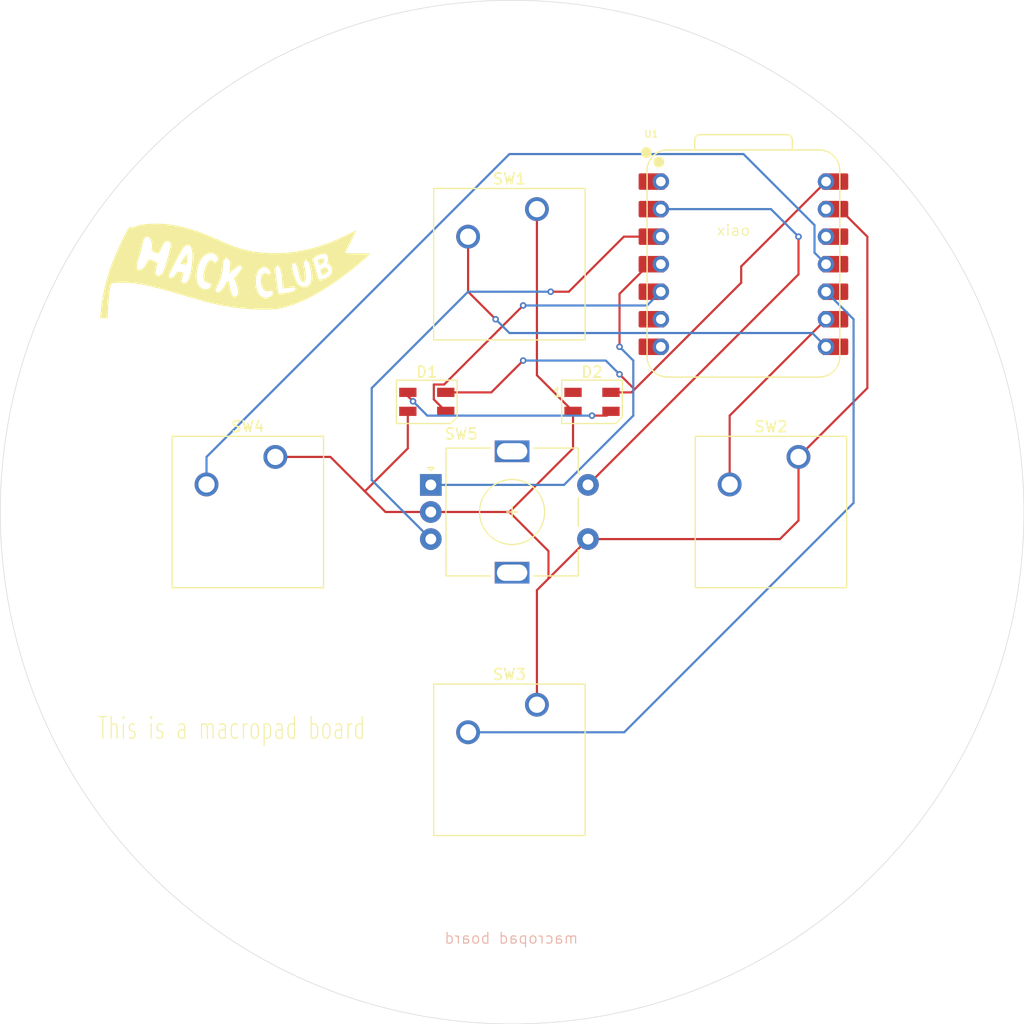
<source format=kicad_pcb>
(kicad_pcb (version 20241229) (generator "pcbnew") (generator_version "9.0")
  (layers (0 "F.Cu" signal) (2 "B.Cu" signal) (13 "F.Paste" user) (15 "B.Paste" user) (5 "F.SilkS" user "F.Silkscreen") (7 "B.SilkS" user "B.Silkscreen") (1 "F.Mask" user) (3 "B.Mask" user) (25 "Edge.Cuts" user))
  (net 0 "")
  (net 1 "Net-(D1-DOUT)")
  (net 2 "Net-(D1-DIN)")
  (net 3 "GND")
  (net 4 "+5V")
  (net 6 "Net-(U1-GPIO1{slash}RX)")
  (net 7 "Net-(U1-GPIO2{slash}SCK)")
  (net 8 "Net-(U1-GPIO4{slash}MISO)")
  (net 9 "Net-(U1-GPIO3{slash}MOSI)")
  (net 10 "Net-(U1-GPIO28{slash}ADC2{slash}A2)")
  (net 11 "Net-(U1-GPIO29{slash}ADC3{slash}A3)")
  (net 12 "Net-(U1-GPIO27{slash}ADC1{slash}A1)")
  (footprint "OPL:XIAO-RP2040-DIP" (layer "F.Cu") (at 130.81 62.23)
    (property "Reference" "U1" (at -8.5 -12 0) (layer "F.SilkS") (effects (font (size 0.635 0.635) (thickness 0.1016))))
    (property "Value" "XIAO-RP2040-DIP")
    (fp_line (start -8.89 8.509) (end -8.89 -8.636) (stroke (width 0.127)) (layer "F.SilkS"))
    (fp_line (start -6.985 10.414) (end 6.985 10.414) (stroke (width 0.127)) (layer "F.SilkS"))
    (fp_line (start -4.495 -10.541) (end -4.491272 -11.451272) (stroke (width 0.127)) (layer "F.SilkS"))
    (fp_line (start -3.991272 -11.951) (end 4.004 -11.951) (stroke (width 0.127)) (layer "F.SilkS"))
    (fp_line (start 4.504 -11.451) (end 4.504 -10.541) (stroke (width 0.127)) (layer "F.SilkS"))
    (fp_line (start 6.985 -10.541) (end -6.985 -10.541) (stroke (width 0.1)) (layer "F.SilkS"))
    (fp_line (start 6.985 -10.541) (end -6.985 -10.541) (stroke (width 0.127)) (layer "F.SilkS"))
    (fp_line (start 8.89 8.509) (end 8.89 -8.636) (stroke (width 0.127)) (layer "F.SilkS"))
    (fp_arc (start -8.89 -8.636) (mid -8.332038 -9.983038) (end -6.985 -10.541) (stroke (width 0.127)) (layer "F.SilkS"))
    (fp_arc (start -6.985 10.414) (mid -8.332038 9.856038) (end -8.89 8.509) (stroke (width 0.127)) (layer "F.SilkS"))
    (fp_arc (start -4.491272 -11.451272) (mid -4.344728 -11.80464) (end -3.991272 -11.951) (stroke (width 0.127)) (layer "F.SilkS"))
    (fp_arc (start 4.004 -11.951) (mid 4.357553 -11.804553) (end 4.504 -11.451) (stroke (width 0.127)) (layer "F.SilkS"))
    (fp_arc (start 6.985 -10.541) (mid 8.332038 -9.983038) (end 8.89 -8.636) (stroke (width 0.127)) (layer "F.SilkS"))
    (fp_arc (start 8.89 8.509) (mid 8.332038 9.856038) (end 6.985 10.414) (stroke (width 0.127)) (layer "F.SilkS"))
    (fp_circle (center -8.95 -10.3) (end -8.95 -10.554) (stroke (width 0.5)) (fill yes) (layer "F.SilkS"))
    (fp_circle (center -7.807 -9.42) (end -7.807 -9.674) (stroke (width 0.5)) (fill yes) (layer "F.SilkS"))
    (pad "1" smd roundrect (at -8.455 -7.62 180) (size 2.432 1.524) (layers "F.Cu" "F.Mask") (roundrect_rratio 0.1))
    (pad "1" thru_hole circle (at -7.62 -7.62 180) (size 1.524 1.524) (drill 0.889) (layers "*.Cu" "*.Mask"))
    (pad "2" smd roundrect (at -8.455 -5.08 180) (size 2.432 1.524) (layers "F.Cu" "F.Mask") (roundrect_rratio 0.1) (net 12 "Net-(U1-GPIO27{slash}ADC1{slash}A1)"))
    (pad "2" thru_hole circle (at -7.62 -5.08 180) (size 1.524 1.524) (drill 0.889) (layers "*.Cu" "*.Mask") (net 12 "Net-(U1-GPIO27{slash}ADC1{slash}A1)"))
    (pad "3" smd roundrect (at -8.455 -2.54 180) (size 2.432 1.524) (layers "F.Cu" "F.Mask") (roundrect_rratio 0.1) (net 10 "Net-(U1-GPIO28{slash}ADC2{slash}A2)"))
    (pad "3" thru_hole circle (at -7.62 -2.54 180) (size 1.524 1.524) (drill 0.889) (layers "*.Cu" "*.Mask") (net 10 "Net-(U1-GPIO28{slash}ADC2{slash}A2)"))
    (pad "4" smd roundrect (at -8.455 0 180) (size 2.432 1.524) (layers "F.Cu" "F.Mask") (roundrect_rratio 0.1) (net 11 "Net-(U1-GPIO29{slash}ADC3{slash}A3)"))
    (pad "4" thru_hole circle (at -7.62 0 180) (size 1.524 1.524) (drill 0.889) (layers "*.Cu" "*.Mask") (net 11 "Net-(U1-GPIO29{slash}ADC3{slash}A3)"))
    (pad "5" smd roundrect (at -8.455 2.54 180) (size 2.432 1.524) (layers "F.Cu" "F.Mask") (roundrect_rratio 0.1) (net 2 "Net-(D1-DIN)"))
    (pad "5" thru_hole circle (at -7.62 2.54 180) (size 1.524 1.524) (drill 0.889) (layers "*.Cu" "*.Mask") (net 2 "Net-(D1-DIN)"))
    (pad "6" smd roundrect (at -8.455 5.08 180) (size 2.432 1.524) (layers "F.Cu" "F.Mask") (roundrect_rratio 0.1))
    (pad "6" thru_hole circle (at -7.62 5.08 180) (size 1.524 1.524) (drill 0.889) (layers "*.Cu" "*.Mask"))
    (pad "7" smd roundrect (at -8.455 7.62 180) (size 2.432 1.524) (layers "F.Cu" "F.Mask") (roundrect_rratio 0.1))
    (pad "7" thru_hole circle (at -7.62 7.62 180) (size 1.524 1.524) (drill 0.889) (layers "*.Cu" "*.Mask"))
    (pad "8" thru_hole circle (at 7.62 7.62) (size 1.524 1.524) (drill 0.889) (layers "*.Cu" "*.Mask") (net 6 "Net-(U1-GPIO1{slash}RX)"))
    (pad "8" smd roundrect (at 8.455 7.62) (size 2.432 1.524) (layers "F.Cu" "F.Mask") (roundrect_rratio 0.1) (net 6 "Net-(U1-GPIO1{slash}RX)"))
    (pad "9" thru_hole circle (at 7.62 5.08) (size 1.524 1.524) (drill 0.889) (layers "*.Cu" "*.Mask") (net 7 "Net-(U1-GPIO2{slash}SCK)"))
    (pad "9" smd roundrect (at 8.455 5.08) (size 2.432 1.524) (layers "F.Cu" "F.Mask") (roundrect_rratio 0.1) (net 7 "Net-(U1-GPIO2{slash}SCK)"))
    (pad "10" thru_hole circle (at 7.62 2.54) (size 1.524 1.524) (drill 0.889) (layers "*.Cu" "*.Mask") (net 8 "Net-(U1-GPIO4{slash}MISO)"))
    (pad "10" smd roundrect (at 8.455 2.54) (size 2.432 1.524) (layers "F.Cu" "F.Mask") (roundrect_rratio 0.1) (net 8 "Net-(U1-GPIO4{slash}MISO)"))
    (pad "11" thru_hole circle (at 7.62 0) (size 1.524 1.524) (drill 0.889) (layers "*.Cu" "*.Mask") (net 9 "Net-(U1-GPIO3{slash}MOSI)"))
    (pad "11" smd roundrect (at 8.455 0) (size 2.432 1.524) (layers "F.Cu" "F.Mask") (roundrect_rratio 0.1) (net 9 "Net-(U1-GPIO3{slash}MOSI)"))
    (pad "12" thru_hole circle (at 7.62 -2.54) (size 1.524 1.524) (drill 0.889) (layers "*.Cu" "*.Mask"))
    (pad "12" smd roundrect (at 8.455 -2.54) (size 2.432 1.524) (layers "F.Cu" "F.Mask") (roundrect_rratio 0.1))
    (pad "13" thru_hole circle (at 7.62 -5.08) (size 1.524 1.524) (drill 0.889) (layers "*.Cu" "*.Mask") (net 3 "GND"))
    (pad "13" smd roundrect (at 8.455 -5.08) (size 2.432 1.524) (layers "F.Cu" "F.Mask") (roundrect_rratio 0.1) (net 3 "GND"))
    (pad "14" thru_hole circle (at 7.62 -7.62) (size 1.524 1.524) (drill 0.889) (layers "*.Cu" "*.Mask") (net 4 "+5V"))
    (pad "14" smd roundrect (at 8.455 -7.62) (size 2.432 1.524) (layers "F.Cu" "F.Mask") (roundrect_rratio 0.1) (net 4 "+5V"))
  )
  (footprint "Button_Switch_Keyboard:SW_Cherry_MX_1.00u_PCB" (layer "F.Cu") (at 135.89 80.01)
    (property "Reference" "SW2" (at -2.54 -2.794 0) (layer "F.SilkS"))
    (property "Value" "SW_Push")
    (fp_line (start -9.525 -1.905) (end 4.445 -1.905) (stroke (width 0.12)) (layer "F.SilkS"))
    (fp_line (start -9.525 12.065) (end -9.525 -1.905) (stroke (width 0.12)) (layer "F.SilkS"))
    (fp_line (start 4.445 -1.905) (end 4.445 12.065) (stroke (width 0.12)) (layer "F.SilkS"))
    (fp_line (start 4.445 12.065) (end -9.525 12.065) (stroke (width 0.12)) (layer "F.SilkS"))
    (pad "" np_thru_hole circle (at -7.62 5.08) (size 1.7 1.7) (drill 1.7) (layers "*.Cu" "*.Mask"))
    (pad "" np_thru_hole circle (at -2.54 5.08) (size 4 4) (drill 4) (layers "*.Cu" "*.Mask"))
    (pad "" np_thru_hole circle (at 2.54 5.08) (size 1.7 1.7) (drill 1.7) (layers "*.Cu" "*.Mask"))
    (pad "1" thru_hole circle (at 0 0) (size 2.2 2.2) (drill 1.5) (layers "*.Cu" "*.Mask") (net 3 "GND"))
    (pad "2" thru_hole circle (at -6.35 2.54) (size 2.2 2.2) (drill 1.5) (layers "*.Cu" "*.Mask") (net 7 "Net-(U1-GPIO2{slash}SCK)"))
  )
  (footprint "Rotary_Encoder:RotaryEncoder_Alps_EC11E-Switch_Vertical_H20mm" (layer "F.Cu") (at 101.97 82.59)
    (property "Reference" "SW5" (at 2.8 -4.7 0) (layer "F.SilkS"))
    (property "Value" "RotaryEncoder_Switch")
    (fp_line (start -0.3 -1.6) (end 0.3 -1.6) (stroke (width 0.12)) (layer "F.SilkS"))
    (fp_line (start 0 -1.3) (end -0.3 -1.6) (stroke (width 0.12)) (layer "F.SilkS"))
    (fp_line (start 0.3 -1.6) (end 0 -1.3) (stroke (width 0.12)) (layer "F.SilkS"))
    (fp_line (start 1.4 -3.4) (end 1.4 8.4) (stroke (width 0.12)) (layer "F.SilkS"))
    (fp_line (start 5.5 -3.4) (end 1.4 -3.4) (stroke (width 0.12)) (layer "F.SilkS"))
    (fp_line (start 5.5 8.4) (end 1.4 8.4) (stroke (width 0.12)) (layer "F.SilkS"))
    (fp_line (start 7 2.5) (end 8 2.5) (stroke (width 0.12)) (layer "F.SilkS"))
    (fp_line (start 7.5 2) (end 7.5 3) (stroke (width 0.12)) (layer "F.SilkS"))
    (fp_line (start 9.5 -3.4) (end 13.6 -3.4) (stroke (width 0.12)) (layer "F.SilkS"))
    (fp_line (start 13.6 -3.4) (end 13.6 -1) (stroke (width 0.12)) (layer "F.SilkS"))
    (fp_line (start 13.6 1.2) (end 13.6 3.8) (stroke (width 0.12)) (layer "F.SilkS"))
    (fp_line (start 13.6 6) (end 13.6 8.4) (stroke (width 0.12)) (layer "F.SilkS"))
    (fp_line (start 13.6 8.4) (end 9.5 8.4) (stroke (width 0.12)) (layer "F.SilkS"))
    (fp_circle (center 7.5 2.5) (end 10.5 2.5) (stroke (width 0.12)) (fill no) (layer "F.SilkS"))
    (pad "A" thru_hole rect (at 0 0) (size 2 2) (drill 1) (layers "*.Cu" "*.Mask") (net 11 "Net-(U1-GPIO29{slash}ADC3{slash}A3)"))
    (pad "B" thru_hole circle (at 0 5) (size 2 2) (drill 1) (layers "*.Cu" "*.Mask") (net 10 "Net-(U1-GPIO28{slash}ADC2{slash}A2)"))
    (pad "C" thru_hole circle (at 0 2.5) (size 2 2) (drill 1) (layers "*.Cu" "*.Mask") (net 3 "GND"))
    (pad "MP" thru_hole rect (at 7.5 -3.1) (size 3.2 2) (drill oval 2.8 1.5) (layers "*.Cu" "*.Mask"))
    (pad "MP" thru_hole rect (at 7.5 8.1) (size 3.2 2) (drill oval 2.8 1.5) (layers "*.Cu" "*.Mask"))
    (pad "S1" thru_hole circle (at 14.5 5) (size 2 2) (drill 1) (layers "*.Cu" "*.Mask") (net 3 "GND"))
    (pad "S2" thru_hole circle (at 14.5 0) (size 2 2) (drill 1) (layers "*.Cu" "*.Mask") (net 12 "Net-(U1-GPIO27{slash}ADC1{slash}A1)"))
  )
  (footprint "Button_Switch_Keyboard:SW_Cherry_MX_1.00u_PCB" (layer "F.Cu") (at 87.63 80.01)
    (property "Reference" "SW4" (at -2.54 -2.794 0) (layer "F.SilkS"))
    (property "Value" "SW_Push")
    (fp_line (start -9.525 -1.905) (end 4.445 -1.905) (stroke (width 0.12)) (layer "F.SilkS"))
    (fp_line (start -9.525 12.065) (end -9.525 -1.905) (stroke (width 0.12)) (layer "F.SilkS"))
    (fp_line (start 4.445 -1.905) (end 4.445 12.065) (stroke (width 0.12)) (layer "F.SilkS"))
    (fp_line (start 4.445 12.065) (end -9.525 12.065) (stroke (width 0.12)) (layer "F.SilkS"))
    (pad "" np_thru_hole circle (at -7.62 5.08) (size 1.7 1.7) (drill 1.7) (layers "*.Cu" "*.Mask"))
    (pad "" np_thru_hole circle (at -2.54 5.08) (size 4 4) (drill 4) (layers "*.Cu" "*.Mask"))
    (pad "" np_thru_hole circle (at 2.54 5.08) (size 1.7 1.7) (drill 1.7) (layers "*.Cu" "*.Mask"))
    (pad "1" thru_hole circle (at 0 0) (size 2.2 2.2) (drill 1.5) (layers "*.Cu" "*.Mask") (net 3 "GND"))
    (pad "2" thru_hole circle (at -6.35 2.54) (size 2.2 2.2) (drill 1.5) (layers "*.Cu" "*.Mask") (net 9 "Net-(U1-GPIO3{slash}MOSI)"))
  )
  (footprint "Button_Switch_Keyboard:SW_Cherry_MX_1.00u_PCB" (layer "F.Cu") (at 111.76 57.15)
    (property "Reference" "SW1" (at -2.54 -2.794 0) (layer "F.SilkS"))
    (property "Value" "SW_Push")
    (fp_line (start -9.525 -1.905) (end 4.445 -1.905) (stroke (width 0.12)) (layer "F.SilkS"))
    (fp_line (start -9.525 12.065) (end -9.525 -1.905) (stroke (width 0.12)) (layer "F.SilkS"))
    (fp_line (start 4.445 -1.905) (end 4.445 12.065) (stroke (width 0.12)) (layer "F.SilkS"))
    (fp_line (start 4.445 12.065) (end -9.525 12.065) (stroke (width 0.12)) (layer "F.SilkS"))
    (pad "" np_thru_hole circle (at -7.62 5.08) (size 1.7 1.7) (drill 1.7) (layers "*.Cu" "*.Mask"))
    (pad "" np_thru_hole circle (at -2.54 5.08) (size 4 4) (drill 4) (layers "*.Cu" "*.Mask"))
    (pad "" np_thru_hole circle (at 2.54 5.08) (size 1.7 1.7) (drill 1.7) (layers "*.Cu" "*.Mask"))
    (pad "1" thru_hole circle (at 0 0) (size 2.2 2.2) (drill 1.5) (layers "*.Cu" "*.Mask") (net 3 "GND"))
    (pad "2" thru_hole circle (at -6.35 2.54) (size 2.2 2.2) (drill 1.5) (layers "*.Cu" "*.Mask") (net 6 "Net-(U1-GPIO1{slash}RX)"))
  )
  (footprint "Button_Switch_Keyboard:SW_Cherry_MX_1.00u_PCB" (layer "F.Cu") (at 111.76 102.87)
    (property "Reference" "SW3" (at -2.54 -2.794 0) (layer "F.SilkS"))
    (property "Value" "SW_Push")
    (fp_line (start -9.525 -1.905) (end 4.445 -1.905) (stroke (width 0.12)) (layer "F.SilkS"))
    (fp_line (start -9.525 12.065) (end -9.525 -1.905) (stroke (width 0.12)) (layer "F.SilkS"))
    (fp_line (start 4.445 -1.905) (end 4.445 12.065) (stroke (width 0.12)) (layer "F.SilkS"))
    (fp_line (start 4.445 12.065) (end -9.525 12.065) (stroke (width 0.12)) (layer "F.SilkS"))
    (pad "" np_thru_hole circle (at -7.62 5.08) (size 1.7 1.7) (drill 1.7) (layers "*.Cu" "*.Mask"))
    (pad "" np_thru_hole circle (at -2.54 5.08) (size 4 4) (drill 4) (layers "*.Cu" "*.Mask"))
    (pad "" np_thru_hole circle (at 2.54 5.08) (size 1.7 1.7) (drill 1.7) (layers "*.Cu" "*.Mask"))
    (pad "1" thru_hole circle (at 0 0) (size 2.2 2.2) (drill 1.5) (layers "*.Cu" "*.Mask") (net 3 "GND"))
    (pad "2" thru_hole circle (at -6.35 2.54) (size 2.2 2.2) (drill 1.5) (layers "*.Cu" "*.Mask") (net 8 "Net-(U1-GPIO4{slash}MISO)"))
  )
  (footprint "LOGO" (layer "F.Cu") (at 83.98 62.84)
    (property "Reference" "G***" (hide yes))
    (property "Value" "LOGO" (hide yes))
    (fp_poly (pts (xy 8.139 -1.067298) (xy 8.173083 -0.956986) (xy 8.162228 -0.881906) (xy 8.111386 -0.797232) (xy 8.012363 -0.693588) (xy 7.895368 -0.597165) (xy 7.790613 -0.534152) (xy 7.748483 -0.523222) (xy 7.715161 -0.563315) (xy 7.661289 -0.66657) (xy 7.618682 -0.762931) (xy 7.519063 -1.002641) (xy 7.648014 -1.0525) (xy 7.869862 -1.117246) (xy 8.035725 -1.121449)) (fill yes) (layer "F.SilkS"))
    (fp_poly (pts (xy 8.418943 -0.243833) (xy 8.497069 -0.14729) (xy 8.530295 -0.009005) (xy 8.480164 0.117098) (xy 8.342027 0.239301) (xy 8.248214 0.296173) (xy 8.092877 0.379417) (xy 7.999651 0.417706) (xy 7.949234 0.415295) (xy 7.922322 0.376437) (xy 7.919438 0.368632) (xy 7.896888 0.288269) (xy 7.86478 0.155682) (xy 7.851094 0.095131) (xy 7.831799 -0.065843) (xy 7.869849 -0.168755) (xy 7.978957 -0.232452) (xy 8.113438 -0.265408) (xy 8.29732 -0.281809)) (fill yes) (layer "F.SilkS"))
    (fp_poly (pts (xy -4.490149 -1.478534) (xy -4.475884 -1.36281) (xy -4.472381 -1.197375) (xy -4.480052 -1.004679) (xy -4.499307 -0.80717) (xy -4.50141 -0.791471) (xy -4.523469 -0.671213) (xy -4.5621 -0.601672) (xy -4.636931 -0.57504) (xy -4.767591 -0.583505) (xy -4.946817 -0.614245) (xy -5.059599 -0.651159) (xy -5.101055 -0.700806) (xy -5.100434 -0.706028) (xy -5.067098 -0.776298) (xy -4.993287 -0.895477) (xy -4.893517 -1.043338) (xy -4.782304 -1.199654) (xy -4.674165 -1.344198) (xy -4.583615 -1.456743) (xy -4.52517 -1.517063) (xy -4.514768 -1.522098)) (fill yes) (layer "F.SilkS"))
    (fp_poly (pts (xy -6.930553 -4.341866) (xy -6.49101 -4.31843) (xy -6.072419 -4.273946) (xy -5.645601 -4.204694) (xy -5.18138 -4.106953) (xy -4.79122 -4.01274) (xy -4.387638 -3.90602) (xy -3.991946 -3.789626) (xy -3.591226 -3.658701) (xy -3.17256 -3.508387) (xy -2.72303 -3.333825) (xy -2.229719 -3.130159) (xy -1.67971 -2.89253) (xy -1.060084 -2.616081) (xy -0.975094 -2.577649) (xy -0.114596 -2.229336) (xy 0.75154 -1.963583) (xy 1.639758 -1.776654) (xy 2.566502 -1.664811) (xy 3.190712 -1.630808) (xy 4.294848 -1.642654) (xy 5.394167 -1.746561) (xy 6.490765 -1.943043) (xy 7.586745 -2.23261) (xy 8.684205 -2.615776) (xy 9.785246 -3.093053) (xy 10.361795 -3.379582) (xy 10.601653 -3.502168) (xy 10.811187 -3.605844) (xy 10.976389 -3.683955) (xy 11.08325 -3.729846) (xy 11.117669 -3.738635) (xy 11.103448 -3.692506) (xy 11.053018 -3.576776) (xy 10.973764 -3.406401) (xy 10.87307 -3.196335) (xy 10.75832 -2.961533) (xy 10.636897 -2.71695) (xy 10.516185 -2.477542) (xy 10.403568 -2.258263) (xy 10.306431 -2.074069) (xy 10.232156 -1.939914) (xy 10.216433 -1.913306) (xy 10.165101 -1.824547) (xy 10.137521 -1.755575) (xy 10.142819 -1.703895) (xy 10.190118 -1.667012) (xy 10.288545 -1.642431) (xy 10.447222 -1.627657) (xy 10.675275 -1.620196) (xy 10.981828 -1.617552) (xy 11.299287 -1.617229) (xy 11.641704 -1.615461) (xy 11.932959 -1.610419) (xy 12.163117 -1.602493) (xy 12.322244 -1.592072) (xy 12.400407 -1.579549) (xy 12.406678 -1.573687) (xy 12.362252 -1.519373) (xy 12.254951 -1.414274) (xy 12.095571 -1.267794) (xy 11.894909 -1.089335) (xy 11.663761 -0.888302) (xy 11.412923 -0.674097) (xy 11.15319 -0.456123) (xy 10.89536 -0.243784) (xy 10.684847 -0.074018) (xy 9.706087 0.674613) (xy 8.751435 1.34118) (xy 7.822676 1.924719) (xy 6.921595 2.424271) (xy 6.049978 2.838874) (xy 5.209609 3.167567) (xy 4.402276 3.409387) (xy 4.075997 3.484292) (xy 3.734378 3.53652) (xy 3.313763 3.569788) (xy 2.828266 3.584626) (xy 2.292003 3.581566) (xy 1.71909 3.561141) (xy 1.123642 3.523881) (xy 0.519776 3.470317) (xy -0.078394 3.400982) (xy -0.656752 3.316407) (xy -0.737267 3.303055) (xy -1.131423 3.233973) (xy -1.50797 3.16174) (xy -1.880793 3.082888) (xy -2.26378 2.993952) (xy -2.670816 2.891465) (xy -3.115789 2.77196) (xy -3.612585 2.631971) (xy -4.175091 2.468032) (xy -4.659929 2.323837) (xy -5.581895 2.052832) (xy -6.418991 1.81736) (xy -6.466011 1.804866) (xy -1.855057 1.804866) (xy -1.814778 1.907091) (xy -1.71438 1.965205) (xy -1.584518 1.963552) (xy -1.559992 1.955552) (xy -1.426422 1.870805) (xy -1.275695 1.722594) (xy -1.127843 1.535014) (xy -1.002902 1.332162) (xy -0.951623 1.223817) (xy -0.878087 1.065172) (xy -0.815114 0.980491) (xy -0.748494 0.951885) (xy -0.735137 0.95131) (xy -0.691322 0.958417) (xy -0.656474 0.989638) (xy -0.625283 1.059821) (xy -0.592435 1.183815) (xy -0.55262 1.376468) (xy -0.518201 1.557771) (xy -0.462701 1.835258) (xy -0.413581 2.03349) (xy -0.366176 2.167701) (xy -0.31582 2.253123) (xy -0.299695 2.271254) (xy -0.16163 2.359772) (xy -0.016819 2.368042) (xy 0.108385 2.294739) (xy 0.110976 2.291916) (xy 0.178526 2.179983) (xy 0.215826 2.065979) (xy 0.216206 1.935607) (xy 0.187024 1.743508) (xy 0.134863 1.515953) (xy 0.066307 1.279211) (xy -0.012061 1.059553) (xy -0.068474 0.931562) (xy -0.094953 0.87774) (xy 1.861235 0.87774) (xy 1.867361 1.165355) (xy 1.916784 1.571029) (xy 2.014328 1.907064) (xy 2.157752 2.168819) (xy 2.344814 2.351653) (xy 2.473408 2.4201) (xy 2.670339 2.463396) (xy 2.894863 2.46256) (xy 3.076772 2.422674) (xy 3.257416 2.322111) (xy 3.379408 2.18822) (xy 3.424714 2.040869) (xy 3.424718 2.03939) (xy 3.395929 1.914903) (xy 3.305447 1.854199) (xy 3.147098 1.85432) (xy 3.069617 1.869293) (xy 2.855492 1.897172) (xy 2.696121 1.860919) (xy 2.568832 1.751676) (xy 2.497463 1.645766) (xy 2.382645 1.387763) (xy 2.318596 1.107426) (xy 2.305529 0.827916) (xy 2.343655 0.572393) (xy 2.433188 0.364017) (xy 2.48509 0.297284) (xy 2.601407 0.209756) (xy 2.728005 0.200934) (xy 2.888637 0.269203) (xy 2.889632 0.269773) (xy 3.034486 0.325184) (xy 3.133244 0.310018) (xy 3.181942 0.238985) (xy 3.176619 0.1268) (xy 3.113311 -0.011825) (xy 3.067563 -0.068026) (xy 3.668933 -0.068026) (xy 3.676809 0.047565) (xy 3.691777 0.205283) (xy 3.715045 0.419587) (xy 3.744374 0.672729) (xy 3.777525 0.946961) (xy 3.812256 1.224535) (xy 3.84633 1.487702) (xy 3.877505 1.718715) (xy 3.903542 1.899825) (xy 3.922201 2.013284) (xy 3.92819 2.03949) (xy 3.986467 2.07513) (xy 4.118042 2.089724) (xy 4.303797 2.084788) (xy 4.524613 2.06184) (xy 4.761371 2.022396) (xy 4.994954 1.967971) (xy 5.058668 1.949812) (xy 5.261971 1.882912) (xy 5.390451 1.823022) (xy 5.462893 1.760189) (xy 5.484054 1.724373) (xy 5.505019 1.61817) (xy 5.448305 1.555917) (xy 5.310547 1.535755) (xy 5.160861 1.546073) (xy 4.973869 1.566816) (xy 4.754341 1.589203) (xy 4.629831 1.601025) (xy 4.336629 1.62779) (xy 4.312257 1.37279) (xy 4.296954 1.213356) (xy 4.27584 0.994291) (xy 4.252297 0.75065) (xy 4.239139 0.61475) (xy 4.195408 0.274428) (xy 4.136629 -0.015261) (xy 4.066296 -0.24218) (xy 3.987904 -0.394195) (xy 3.956325 -0.42508) (xy 5.192456 -0.42508) (xy 5.230003 -0.186368) (xy 5.25829 -0.069451) (xy 5.370708 0.341185) (xy 5.47474 0.668379) (xy 5.575858 0.922804) (xy 5.679537 1.115134) (xy 5.791252 1.256042) (xy 5.916475 1.356202) (xy 6.016156 1.408245) (xy 6.215096 1.461103) (xy 6.431874 1.467389) (xy 6.618168 1.426011) (xy 6.627149 1.422067) (xy 6.749283 1.322496) (xy 6.858435 1.154429) (xy 6.940393 0.944494) (xy 6.976433 0.767672) (xy 6.979889 0.600904) (xy 6.963387 0.371611) (xy 6.931286 0.10924) (xy 6.88794 -0.156764) (xy 6.837708 -0.396953) (xy 6.784945 -0.581882) (xy 6.771628 -0.616612) (xy 6.672461 -0.801629) (xy 6.564499 -0.914778) (xy 6.458455 -0.95103) (xy 6.365045 -0.905359) (xy 6.316539 -0.830154) (xy 6.291106 -0.742168) (xy 6.292431 -0.628627) (xy 6.32212 -0.463131) (xy 6.344743 -0.366389) (xy 6.388004 -0.149213) (xy 6.426252 0.11227) (xy 6.452247 0.367263) (xy 6.454987 0.407263) (xy 6.464333 0.673404) (xy 6.450717 0.85791) (xy 6.409719 0.972452) (xy 6.336919 1.028701) (xy 6.227895 1.038329) (xy 6.216365 1.037328) (xy 6.139736 1.021993) (xy 6.076216 0.984462) (xy 6.020048 0.91266) (xy 5.965479 0.794511) (xy 5.906753 0.617941) (xy 5.838118 0.370874) (xy 5.767363 0.095131) (xy 5.686424 -0.209297) (xy 5.616111 -0.430936) (xy 5.551114 -0.580783) (xy 5.486126 -0.669836) (xy 5.415837 -0.709092) (xy 5.377047 -0.713484) (xy 5.264982 -0.683238) (xy 5.203784 -0.588903) (xy 5.192456 -0.42508) (xy 3.956325 -0.42508) (xy 3.933068 -0.447826) (xy 3.859623 -0.469912) (xy 3.788939 -0.425494) (xy 3.749224 -0.380525) (xy 3.695617 -0.299645) (xy 3.670616 -0.205899) (xy 3.668933 -0.068026) (xy 3.067563 -0.068026) (xy 3.002224 -0.148293) (xy 2.817244 -0.288495) (xy 2.631813 -0.334795) (xy 2.437812 -0.288113) (xy 2.326986 -0.224805) (xy 2.125769 -0.042329) (xy 1.982443 0.198108) (xy 1.89495 0.502724) (xy 1.861235 0.87774) (xy -0.094953 0.87774) (xy -0.183493 0.697769) (xy 0.090844 0.384558) (xy 0.269943 0.176076) (xy 0.39293 0.020807) (xy 0.469575 -0.096659) (xy 0.509649 -0.191734) (xy 0.522922 -0.279829) (xy 0.52322 -0.29747) (xy 0.495995 -0.420916) (xy 0.415122 -0.467072) (xy 0.281809 -0.436372) (xy 0.097263 -0.329251) (xy -0.137309 -0.146141) (xy -0.299983 -0.001441) (xy -0.43757 0.119827) (xy -0.54049 0.1994) (xy -0.596129 0.228231) (xy -0.600447 0.214044) (xy -0.582369 0.127163) (xy -0.563161 -0.028949) (xy -0.545681 -0.228474) (xy -0.537269 -0.357234) (xy -0.526008 -0.574918) (xy -0.524467 -0.720777) (xy -0.536409 -0.817934) (xy -0.565597 -0.889507) (xy -0.615794 -0.958617) (xy -0.639843 -0.987477) (xy -0.737147 -1.07501) (xy 7.153791 -1.07501) (xy 7.166659 -0.962525) (xy 7.204098 -0.787191) (xy 7.26802 -0.540158) (xy 7.360339 -0.212574) (xy 7.369134 -0.182188) (xy 7.449089 0.093703) (xy 7.520405 0.340004) (xy 7.578658 0.541415) (xy 7.619421 0.682635) (xy 7.638271 0.748364) (xy 7.638492 0.749157) (xy 7.697577 0.796781) (xy 7.825937 0.80398) (xy 8.007286 0.771906) (xy 8.205892 0.709085) (xy 8.423282 0.602583) (xy 8.620849 0.46068) (xy 8.776058 0.303073) (xy 8.866376 0.149461) (xy 8.873592 0.125411) (xy 8.878905 -0.053602) (xy 8.824972 -0.252899) (xy 8.726716 -0.442893) (xy 8.599059 -0.593995) (xy 8.471279 -0.672308) (xy 8.430322 -0.707531) (xy 8.45331 -0.783388) (xy 8.459845 -0.79587) (xy 8.508518 -0.962517) (xy 8.510542 -1.160455) (xy 8.468907 -1.345843) (xy 8.415648 -1.444335) (xy 8.286358 -1.545101) (xy 8.110686 -1.573554) (xy 7.884046 -1.52941) (xy 7.601849 -1.412384) (xy 7.559846 -1.391293) (xy 7.391108 -1.298601) (xy 7.254059 -1.211416) (xy 7.172689 -1.145346) (xy 7.163582 -1.133499) (xy 7.153791 -1.07501) (xy -0.737147 -1.07501) (xy -0.764258 -1.099399) (xy -0.881589 -1.141564) (xy -0.883095 -1.141574) (xy -0.979476 -1.120939) (xy -1.053363 -1.051796) (xy -1.108955 -0.923289) (xy -1.150455 -0.724561) (xy -1.182061 -0.444755) (xy -1.189834 -0.348781) (xy -1.239692 0.095301) (xy -1.323167 0.487179) (xy -1.451153 0.86607) (xy -1.634547 1.271195) (xy -1.646554 1.29521) (xy -1.736688 1.484052) (xy -1.807216 1.649584) (xy -1.848418 1.768042) (xy -1.855057 1.804866) (xy -6.466011 1.804866) (xy -7.174284 1.616666) (xy -7.850843 1.449996) (xy -8.451737 1.316597) (xy -8.980035 1.215714) (xy -9.438803 1.146594) (xy -9.464296 1.143427) (xy -9.717691 1.120859) (xy -10.026062 1.10627) (xy -10.360208 1.099817) (xy -10.690925 1.101656) (xy -10.989013 1.111945) (xy -11.225268 1.13084) (xy -11.249252 1.133848) (xy -11.390662 1.15649) (xy -11.467621 1.193047) (xy -11.510051 1.269444) (xy -11.541888 1.387387) (xy -11.594556 1.645395) (xy -11.645348 1.977156) (xy -11.691924 2.361294) (xy -11.731945 2.776433) (xy -11.763073 3.201195) (xy -11.781742 3.579307) (xy -11.810757 4.376029) (xy -12.166389 4.376029) (xy -12.522021 4.376029) (xy -12.489479 3.983614) (xy -12.399923 3.181702) (xy -12.26397 2.344775) (xy -12.087921 1.501497) (xy -11.878074 0.680532) (xy -11.640728 -0.089455) (xy -11.519093 -0.431966) (xy -11.518913 -0.432432) (xy -9.124776 -0.432432) (xy -9.115758 -0.254441) (xy -9.054744 -0.144185) (xy -8.941325 -0.097424) (xy -8.900118 -0.095132) (xy -8.710989 -0.138617) (xy -8.530669 -0.270732) (xy -8.356375 -0.493969) (xy -8.252616 -0.674437) (xy -8.163233 -0.842573) (xy -8.088915 -0.977036) (xy -8.041613 -1.056407) (xy -8.033233 -1.067642) (xy -7.979243 -1.06465) (xy -7.863667 -1.032187) (xy -7.711325 -0.979797) (xy -7.54704 -0.917021) (xy -7.395632 -0.853401) (xy -7.281922 -0.798478) (xy -7.230732 -0.761796) (xy -7.229963 -0.758843) (xy -7.239008 -0.699998) (xy -7.263342 -0.570012) (xy -7.298765 -0.390856) (xy -7.323982 -0.267018) (xy -7.372431 0.005252) (xy -7.386615 0.201485) (xy -7.364116 0.335283) (xy -7.30252 0.420251) (xy -7.199411 0.469992) (xy -7.192761 0.4719) (xy -7.183233 0.46914) (xy -6.173011 0.46914) (xy -6.172873 0.470857) (xy -6.128383 0.602188) (xy -6.040973 0.657282) (xy -5.92092 0.63877) (xy -5.778502 0.549282) (xy -5.623997 0.391447) (xy -5.565169 0.315353) (xy -5.39869 0.08692) (xy -5.12143 0.110638) (xy -4.968541 0.127101) (xy -4.858308 0.145292) (xy -4.820774 0.157753) (xy -4.821944 0.211366) (xy -4.846764 0.330995) (xy -4.890012 0.492012) (xy -4.89588 0.511901) (xy -4.944928 0.688941) (xy -4.98021 0.839853) (xy -4.99436 0.932988) (xy -4.994383 0.935034) (xy -4.959107 1.060928) (xy -4.866341 1.127344) (xy -4.735672 1.130554) (xy -4.586691 1.066835) (xy -4.528546 1.023622) (xy -4.423513 0.906545) (xy -4.331988 0.738726) (xy -4.300485 0.650039) (xy -3.60826 0.650039) (xy -3.553059 0.996557) (xy -3.538486 1.048938) (xy -3.428741 1.295008) (xy -3.269722 1.489633) (xy -3.077007 1.62474) (xy -2.866175 1.692255) (xy -2.652805 1.684104) (xy -2.468552 1.603442) (xy -2.358164 1.511609) (xy -2.312864 1.412448) (xy -2.30693 1.32994) (xy -2.317689 1.215635) (xy -2.363467 1.164802) (xy -2.425843 1.150813) (xy -2.65809 1.100049) (xy -2.826204 1.016044) (xy -2.895197 0.943726) (xy -2.96276 0.762942) (xy -2.987398 0.522135) (xy -2.968913 0.246279) (xy -2.90711 -0.039654) (xy -2.903035 -0.053254) (xy -2.780839 -0.403878) (xy -2.652275 -0.676527) (xy -2.520343 -0.867946) (xy -2.388045 -0.974882) (xy -2.25838 -0.994078) (xy -2.13435 -0.922282) (xy -2.117766 -0.90496) (xy -1.984971 -0.802656) (xy -1.861698 -0.78212) (xy -1.7598 -0.83002) (xy -1.691129 -0.933021) (xy -1.667536 -1.077791) (xy -1.700873 -1.250996) (xy -1.736948 -1.333393) (xy -1.864196 -1.482612) (xy -2.050738 -1.5789) (xy -2.274042 -1.617849) (xy -2.511577 -1.59505) (xy -2.708531 -1.523478) (xy -2.936803 -1.357954) (xy -3.140891 -1.116016) (xy -3.315358 -0.814518) (xy -3.454765 -0.47031) (xy -3.553675 -0.100247) (xy -3.606653 0.27882) (xy -3.60826 0.650039) (xy -4.300485 0.650039) (xy -4.250931 0.510536) (xy -4.177301 0.212344) (xy -4.108056 -0.16548) (xy -4.066715 -0.438858) (xy -4.013384 -0.913832) (xy -3.995571 -1.329352) (xy -4.011921 -1.681107) (xy -4.061081 -1.964782) (xy -4.141697 -2.176067) (xy -4.252416 -2.310649) (xy -4.391883 -2.364216) (xy -4.558746 -2.332456) (xy -4.646728 -2.286531) (xy -4.769881 -2.181739) (xy -4.881148 -2.041987) (xy -4.899069 -2.012049) (xy -5.17677 -1.509339) (xy -5.426162 -1.050854) (xy -5.644478 -0.64199) (xy -5.828949 -0.288145) (xy -5.976806 0.005287) (xy -6.085281 0.232909) (xy -6.151605 0.389326) (xy -6.173011 0.46914) (xy -7.183233 0.46914) (xy -7.144688 0.457974) (xy -7.0436 0.418847) (xy -7.021461 0.409688) (xy -6.880615 0.322064) (xy -6.764665 0.204807) (xy -6.704835 0.091553) (xy -6.628907 -0.096264) (xy -6.541616 -0.34224) (xy -6.447694 -0.62997) (xy -6.351876 -0.943047) (xy -6.258897 -1.265068) (xy -6.17349 -1.579626) (xy -6.100388 -1.870316) (xy -6.044327 -2.120734) (xy -6.01004 -2.314474) (xy -6.002261 -2.435131) (xy -6.002411 -2.436708) (xy -6.063612 -2.594914) (xy -6.147457 -2.679855) (xy -6.240136 -2.740438) (xy -6.314485 -2.749426) (xy -6.417836 -2.70997) (xy -6.440287 -2.699343) (xy -6.518373 -2.651877) (xy -6.589872 -2.579703) (xy -6.666327 -2.466233) (xy -6.759277 -2.29488) (xy -6.851965 -2.107669) (xy -6.949262 -1.907591) (xy -7.030609 -1.741523) (xy -7.08757 -1.626604) (xy -7.11171 -1.579969) (xy -7.111775 -1.579882) (xy -7.158669 -1.586803) (xy -7.265346 -1.620542) (xy -7.404063 -1.670641) (xy -7.54708 -1.726641) (xy -7.666655 -1.778083) (xy -7.735048 -1.814509) (xy -7.735928 -1.81519) (xy -7.766328 -1.886347) (xy -7.752025 -2.02577) (xy -7.746389 -2.051992) (xy -7.726422 -2.262147) (xy -7.74754 -2.493267) (xy -7.802509 -2.719408) (xy -7.884093 -2.914629) (xy -7.98506 -3.052986) (xy -8.035943 -3.090351) (xy -8.198045 -3.136363) (xy -8.337801 -3.09201) (xy -8.451899 -2.960134) (xy -8.537025 -2.743578) (xy -8.561044 -2.639888) (xy -8.647531 -2.244091) (xy -8.75728 -1.804737) (xy -8.878527 -1.366719) (xy -8.988469 -1.008578) (xy -9.08221 -0.682397) (xy -9.124776 -0.432432) (xy -11.518913 -0.432432) (xy -11.363131 -0.836165) (xy -11.18658 -1.269237) (xy -10.996215 -1.716407) (xy -10.798808 -2.162899) (xy -10.601133 -2.59394) (xy -10.409964 -2.994754) (xy -10.232073 -3.350567) (xy -10.074233 -3.646603) (xy -9.945395 -3.864701) (xy -9.830941 -4.013807) (xy -9.732569 -4.084058) (xy -9.657631 -4.071787) (xy -9.627057 -4.0235) (xy -9.596739 -3.988764) (xy -9.531643 -3.993974) (xy -9.408554 -4.041668) (xy -9.391242 -4.049278) (xy -9.086743 -4.163056) (xy -8.747324 -4.247574) (xy -8.358173 -4.305079) (xy -7.904482 -4.337813) (xy -7.420225 -4.347975)) (fill yes) (layer "F.SilkS"))
  )
  (footprint "LED_SMD:LED_SK6812MINI_PLCC4_3.5x3.5mm_P1.75mm" (layer "F.Cu") (at 116.84 74.93)
    (property "Reference" "D2" (at 0 -2.75 0) (layer "F.SilkS"))
    (property "Value" "SK6812MINI")
    (fp_line (start -2.8 -2) (end -2.8 2) (stroke (width 0.12)) (layer "F.SilkS"))
    (fp_line (start -2.8 -2) (end 2.8 -2) (stroke (width 0.12)) (layer "F.SilkS"))
    (fp_line (start -2.8 2) (end 2.2 2) (stroke (width 0.12)) (layer "F.SilkS"))
    (fp_line (start 2.8 1.4) (end 2.2 2) (stroke (width 0.12)) (layer "F.SilkS"))
    (fp_line (start 2.8 1.4) (end 2.8 -2) (stroke (width 0.12)) (layer "F.SilkS"))
    (fp_text user "1" (at -3.2 -0.875 0) (layer "F.SilkS") (effects (font (size 0.8 0.8))))
    (pad "1" smd rect (at -1.75 -0.875) (size 1.6 0.85) (layers "F.Cu" "F.Mask" "F.Paste"))
    (pad "2" smd rect (at -1.75 0.875) (size 1.6 0.85) (layers "F.Cu" "F.Mask" "F.Paste") (net 3 "GND"))
    (pad "3" smd rect (at 1.75 0.875) (size 1.6 0.85) (layers "F.Cu" "F.Mask" "F.Paste") (net 1 "Net-(D1-DOUT)"))
    (pad "4" smd rect (at 1.75 -0.875) (size 1.6 0.85) (layers "F.Cu" "F.Mask" "F.Paste") (net 4 "+5V"))
  )
  (footprint "LED_SMD:LED_SK6812MINI_PLCC4_3.5x3.5mm_P1.75mm" (layer "F.Cu") (at 101.6 74.93)
    (property "Reference" "D1" (at 0 -2.75 0) (layer "F.SilkS"))
    (property "Value" "SK6812MINI")
    (fp_line (start -2.8 -2) (end -2.8 2) (stroke (width 0.12)) (layer "F.SilkS"))
    (fp_line (start -2.8 -2) (end 2.8 -2) (stroke (width 0.12)) (layer "F.SilkS"))
    (fp_line (start -2.8 2) (end 2.2 2) (stroke (width 0.12)) (layer "F.SilkS"))
    (fp_line (start 2.8 1.4) (end 2.2 2) (stroke (width 0.12)) (layer "F.SilkS"))
    (fp_line (start 2.8 1.4) (end 2.8 -2) (stroke (width 0.12)) (layer "F.SilkS"))
    (pad "1" smd rect (at -1.75 -0.875) (size 1.6 0.85) (layers "F.Cu" "F.Mask" "F.Paste") (net 1 "Net-(D1-DOUT)"))
    (pad "2" smd rect (at -1.75 0.875) (size 1.6 0.85) (layers "F.Cu" "F.Mask" "F.Paste") (net 3 "GND"))
    (pad "3" smd rect (at 1.75 0.875) (size 1.6 0.85) (layers "F.Cu" "F.Mask" "F.Paste") (net 2 "Net-(D1-DIN)"))
    (pad "4" smd rect (at 1.75 -0.875) (size 1.6 0.85) (layers "F.Cu" "F.Mask" "F.Paste") (net 4 "+5V"))
  )
  (gr_circle (center 109.47 85.1) (end 129.45 127.88) (stroke (width 0.05)) (fill no) (layer "Edge.Cuts"))
  (gr_text "xiao" (at 128.27 59.69 0) (layer "F.SilkS") (effects (font (size 1 1) (thickness 0.1)) (justify left bottom)))
  (gr_text "This is a macropad board" (at 71.17 106.21 0) (layer "F.SilkS") (effects (font (size 2 1.25) (thickness 0.1)) (justify left bottom)))
  (gr_text "macropad board" (at 115.63 124.99 0) (layer "B.SilkS") (effects (font (size 1 1) (thickness 0.1)) (justify left bottom mirror)))
  (segment (start 118.195 76.2) (end 118.59 75.805) (width 0.2) (layer "F.Cu") (net 1))
  (segment (start 99.85 74.055) (end 99.85 74.399998) (width 0.2) (layer "F.Cu") (net 1))
  (segment (start 116.84 76.2) (end 118.195 76.2) (width 0.2) (layer "F.Cu") (net 1))
  (segment (start 99.85 74.399998) (end 100.33 74.879998) (width 0.2) (layer "F.Cu") (net 1))
  (via (at 100.33 74.879998) (size 0.6) (drill 0.3) (layers "F.Cu" "B.Cu") (net 1))
  (via (at 116.84 76.2) (size 0.6) (drill 0.3) (layers "F.Cu" "B.Cu") (net 1))
  (segment (start 101.650002 76.2) (end 116.84 76.2) (width 0.2) (layer "B.Cu") (net 1))
  (segment (start 100.33 74.879998) (end 101.650002 76.2) (width 0.2) (layer "B.Cu") (net 1))
  (segment (start 103.201 73.329) (end 110.49 66.04) (width 0.2) (layer "F.Cu") (net 2))
  (segment (start 103.35 75.805) (end 102.249 74.704) (width 0.2) (layer "F.Cu") (net 2))
  (segment (start 102.249 73.329) (end 103.201 73.329) (width 0.2) (layer "F.Cu") (net 2))
  (segment (start 102.249 74.704) (end 102.249 73.329) (width 0.2) (layer "F.Cu") (net 2))
  (via (at 110.49 66.04) (size 0.6) (drill 0.3) (layers "F.Cu" "B.Cu") (net 2))
  (segment (start 110.49 66.04) (end 121.92 66.04) (width 0.2) (layer "B.Cu") (net 2))
  (segment (start 121.92 66.04) (end 123.19 64.77) (width 0.2) (layer "B.Cu") (net 2))
  (segment (start 116.47 87.59) (end 134.174816 87.59) (width 0.2) (layer "F.Cu") (net 3))
  (segment (start 112.825 91.235) (end 116.47 87.59) (width 0.2) (layer "F.Cu") (net 3))
  (segment (start 111.76 72.475) (end 115.09 75.805) (width 0.2) (layer "F.Cu") (net 3))
  (segment (start 139.7 57.15) (end 142.24 59.69) (width 0.2) (layer "F.Cu") (net 3))
  (segment (start 111.76 92.3) (end 112.825 91.235) (width 0.2) (layer "F.Cu") (net 3))
  (segment (start 111.76 57.15) (end 111.76 72.475) (width 0.2) (layer "F.Cu") (net 3))
  (segment (start 138.43 57.15) (end 139.7 57.15) (width 0.2) (layer "F.Cu") (net 3))
  (segment (start 99.85 79.22) (end 95.885 83.185) (width 0.2) (layer "F.Cu") (net 3))
  (segment (start 142.24 59.69) (end 142.24 73.66) (width 0.2) (layer "F.Cu") (net 3))
  (segment (start 99.85 75.805) (end 99.85 79.22) (width 0.2) (layer "F.Cu") (net 3))
  (segment (start 115.09 79.22) (end 115.09 75.805) (width 0.2) (layer "F.Cu") (net 3))
  (segment (start 142.24 73.66) (end 135.89 80.01) (width 0.2) (layer "F.Cu") (net 3))
  (segment (start 134.174816 87.59) (end 135.89 85.874816) (width 0.2) (layer "F.Cu") (net 3))
  (segment (start 87.63 80.01) (end 92.71 80.01) (width 0.2) (layer "F.Cu") (net 3))
  (segment (start 95.885 83.185) (end 97.79 85.09) (width 0.2) (layer "F.Cu") (net 3))
  (segment (start 101.97 85.09) (end 109.22 85.09) (width 0.2) (layer "F.Cu") (net 3))
  (segment (start 112.825 88.695) (end 112.825 91.235) (width 0.2) (layer "F.Cu") (net 3))
  (segment (start 135.89 85.874816) (end 135.89 80.01) (width 0.2) (layer "F.Cu") (net 3))
  (segment (start 109.22 85.09) (end 115.09 79.22) (width 0.2) (layer "F.Cu") (net 3))
  (segment (start 109.22 85.09) (end 112.825 88.695) (width 0.2) (layer "F.Cu") (net 3))
  (segment (start 92.71 80.01) (end 95.885 83.185) (width 0.2) (layer "F.Cu") (net 3))
  (segment (start 111.76 102.87) (end 111.76 92.3) (width 0.2) (layer "F.Cu") (net 3))
  (segment (start 97.79 85.09) (end 101.97 85.09) (width 0.2) (layer "F.Cu") (net 3))
  (segment (start 107.555 74.055) (end 110.49 71.12) (width 0.2) (layer "F.Cu") (net 4))
  (segment (start 120.766655 73.776655) (end 120.48831 74.055) (width 0.2) (layer "F.Cu") (net 4))
  (segment (start 119.38 72.39) (end 120.766655 73.776655) (width 0.2) (layer "F.Cu") (net 4))
  (segment (start 138.43 54.61) (end 130.603 62.437) (width 0.2) (layer "F.Cu") (net 4))
  (segment (start 103.35 74.055) (end 107.555 74.055) (width 0.2) (layer "F.Cu") (net 4))
  (segment (start 120.48831 74.055) (end 118.59 74.055) (width 0.2) (layer "F.Cu") (net 4))
  (segment (start 130.603 63.94031) (end 120.766655 73.776655) (width 0.2) (layer "F.Cu") (net 4))
  (segment (start 130.603 62.437) (end 130.603 63.94031) (width 0.2) (layer "F.Cu") (net 4))
  (via (at 110.49 71.12) (size 0.6) (drill 0.3) (layers "F.Cu" "B.Cu") (net 4))
  (via (at 119.38 72.39) (size 0.6) (drill 0.3) (layers "F.Cu" "B.Cu") (net 4))
  (segment (start 118.11 71.12) (end 119.38 72.39) (width 0.2) (layer "B.Cu") (net 4))
  (segment (start 110.49 71.12) (end 118.11 71.12) (width 0.2) (layer "B.Cu") (net 4))
  (segment (start 107.95 67.31) (end 105.41 64.77) (width 0.2) (layer "F.Cu") (net 6))
  (segment (start 105.41 64.77) (end 105.41 59.69) (width 0.2) (layer "F.Cu") (net 6))
  (via (at 107.95 67.31) (size 0.6) (drill 0.3) (layers "F.Cu" "B.Cu") (net 6))
  (segment (start 138.43 69.85) (end 137.16 68.58) (width 0.2) (layer "B.Cu") (net 6))
  (segment (start 137.16 68.58) (end 109.22 68.58) (width 0.2) (layer "B.Cu") (net 6))
  (segment (start 109.22 68.58) (end 107.95 67.31) (width 0.2) (layer "B.Cu") (net 6))
  (segment (start 129.54 76.2) (end 138.43 67.31) (width 0.2) (layer "F.Cu") (net 7))
  (segment (start 129.54 82.55) (end 129.54 76.2) (width 0.2) (layer "F.Cu") (net 7))
  (segment (start 140.97 67.31) (end 138.43 64.77) (width 0.2) (layer "B.Cu") (net 8))
  (segment (start 105.41 105.41) (end 119.80847 105.41) (width 0.2) (layer "B.Cu") (net 8))
  (segment (start 140.97 84.24847) (end 140.97 67.31) (width 0.2) (layer "B.Cu") (net 8))
  (segment (start 119.80847 105.41) (end 140.97 84.24847) (width 0.2) (layer "B.Cu") (net 8))
  (segment (start 138.43 62.23) (end 137.367 61.167) (width 0.2) (layer "B.Cu") (net 9))
  (segment (start 81.28 80.01) (end 81.28 82.55) (width 0.2) (layer "B.Cu") (net 9))
  (segment (start 137.367 58.627) (end 130.81 52.07) (width 0.2) (layer "B.Cu") (net 9))
  (segment (start 109.22 52.07) (end 81.28 80.01) (width 0.2) (layer "B.Cu") (net 9))
  (segment (start 137.367 61.167) (end 137.367 58.627) (width 0.2) (layer "B.Cu") (net 9))
  (segment (start 130.81 52.07) (end 109.22 52.07) (width 0.2) (layer "B.Cu") (net 9))
  (segment (start 119.781 59.69) (end 114.701 64.77) (width 0.2) (layer "F.Cu") (net 10))
  (segment (start 123.19 59.69) (end 119.781 59.69) (width 0.2) (layer "F.Cu") (net 10))
  (segment (start 114.701 64.77) (end 113.03 64.77) (width 0.2) (layer "F.Cu") (net 10))
  (via (at 113.03 64.77) (size 0.6) (drill 0.3) (layers "F.Cu" "B.Cu") (net 10))
  (segment (start 113.03 64.77) (end 105.41 64.77) (width 0.2) (layer "B.Cu") (net 10))
  (segment (start 96.52 73.66) (end 96.52 82.14) (width 0.2) (layer "B.Cu") (net 10))
  (segment (start 105.41 64.77) (end 96.52 73.66) (width 0.2) (layer "B.Cu") (net 10))
  (segment (start 96.52 82.14) (end 101.97 87.59) (width 0.2) (layer "B.Cu") (net 10))
  (segment (start 123.19 62.23) (end 122.11237 62.23) (width 0.2) (layer "F.Cu") (net 11))
  (segment (start 122.11237 62.23) (end 119.38 64.96237) (width 0.2) (layer "F.Cu") (net 11))
  (segment (start 119.38 64.96237) (end 119.38 69.85) (width 0.2) (layer "F.Cu") (net 11))
  (via (at 119.38 69.85) (size 0.6) (drill 0.3) (layers "F.Cu" "B.Cu") (net 11))
  (segment (start 119.38 69.85) (end 120.65 71.12) (width 0.2) (layer "B.Cu") (net 11))
  (segment (start 120.65 71.12) (end 120.65 76.2) (width 0.2) (layer "B.Cu") (net 11))
  (segment (start 114.26 82.59) (end 101.97 82.59) (width 0.2) (layer "B.Cu") (net 11))
  (segment (start 120.65 76.2) (end 114.26 82.59) (width 0.2) (layer "B.Cu") (net 11))
  (segment (start 135.89 63.17) (end 135.89 59.69) (width 0.2) (layer "F.Cu") (net 12))
  (segment (start 116.47 82.59) (end 135.89 63.17) (width 0.2) (layer "F.Cu") (net 12))
  (via (at 135.89 59.69) (size 0.6) (drill 0.3) (layers "F.Cu" "B.Cu") (net 12))
  (segment (start 135.89 59.69) (end 133.35 57.15) (width 0.2) (layer "B.Cu") (net 12))
  (segment (start 133.35 57.15) (end 123.19 57.15) (width 0.2) (layer "B.Cu") (net 12))
)
</source>
